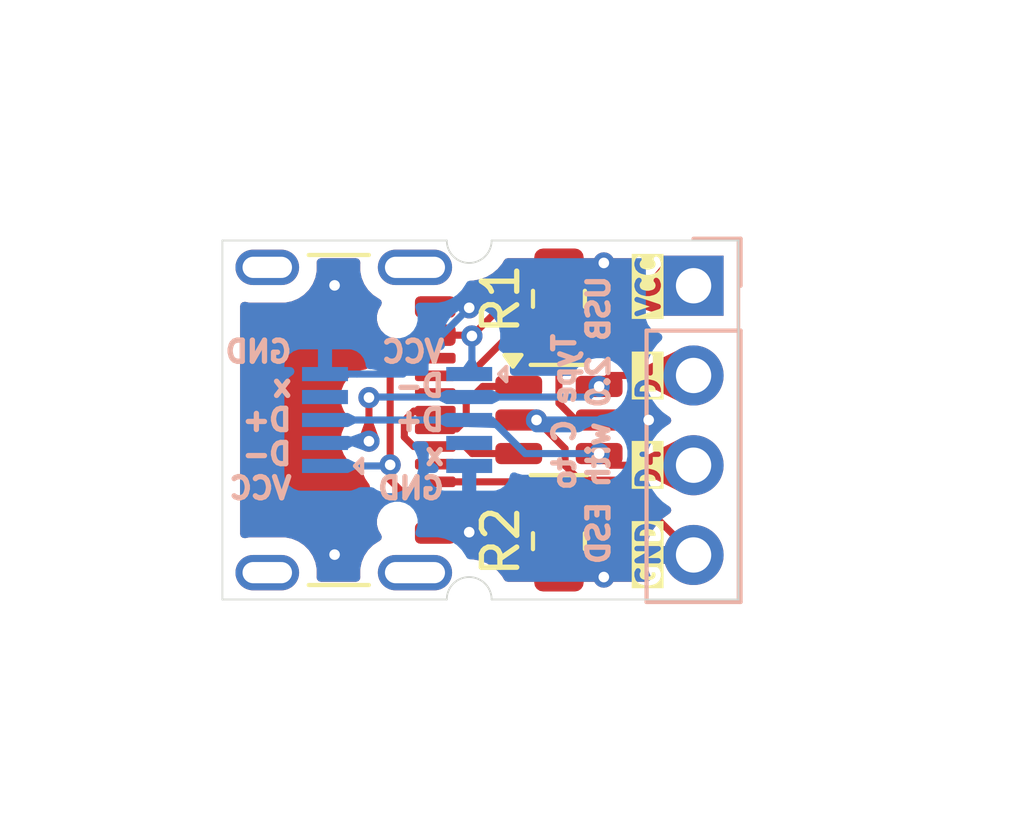
<source format=kicad_pcb>
(kicad_pcb (version 20241229) (generator "pcbnew") (generator_version "9.0")
  (layers (0 "F.Cu" signal) (2 "B.Cu" signal) (13 "F.Paste" user) (15 "B.Paste" user) (5 "F.SilkS" user "F.Silkscreen") (7 "B.SilkS" user "B.Silkscreen") (1 "F.Mask" user) (3 "B.Mask" user) (25 "Edge.Cuts" user))
  (net 0 "")
  (net 1 "/D(+)")
  (net 2 "GND")
  (net 3 "VBUS")
  (net 4 "/D(-)")
  (net 5 "Net-(J1-D+-PadA6)")
  (net 6 "Net-(J1-D--PadA7)")
  (net 7 "Net-(J1-CC1)")
  (net 8 "Net-(J1-CC2)")
  (footprint "Connector_USB:USB_C_Receptacle_GCT_USB4105-xx-A_16P_TopMnt_Horizontal" (layer "F.Cu") (at 114.105 63.5 -90)
    (property "Reference" "J1" (hide yes))
    (property "Value" "USB_C_Receptacle_USB2.0_16P")
    (fp_line (start -4.67 -0.1) (end -4.67 -1.8) (stroke (width 0.12)) (layer "F.SilkS"))
    (fp_line (start 4.67 -0.1) (end 4.67 -1.8) (stroke (width 0.12)) (layer "F.SilkS"))
    (pad "" np_thru_hole circle (at -2.89 -2.605 270) (size 0.65 0.65) (drill 0.65) (layers "*.Cu" "*.Mask"))
    (pad "" np_thru_hole circle (at 2.89 -2.605 270) (size 0.65 0.65) (drill 0.65) (layers "*.Cu" "*.Mask"))
    (pad "A1" smd roundrect (at -3.2 -3.68 270) (size 0.6 1.15) (layers "F.Cu" "F.Mask" "F.Paste") (net 2 "GND"))
    (pad "A4" smd roundrect (at -2.4 -3.68 270) (size 0.6 1.15) (layers "F.Cu" "F.Mask" "F.Paste") (net 3 "VBUS"))
    (pad "A5" smd roundrect (at -1.25 -3.68 270) (size 0.3 1.15) (layers "F.Cu" "F.Mask" "F.Paste") (net 7 "Net-(J1-CC1)"))
    (pad "A6" smd roundrect (at -0.25 -3.68 270) (size 0.3 1.15) (layers "F.Cu" "F.Mask" "F.Paste") (net 5 "Net-(J1-D+-PadA6)"))
    (pad "A7" smd roundrect (at 0.25 -3.68 270) (size 0.3 1.15) (layers "F.Cu" "F.Mask" "F.Paste") (net 6 "Net-(J1-D--PadA7)"))
    (pad "A8" smd roundrect (at 1.25 -3.68 270) (size 0.3 1.15) (layers "F.Cu" "F.Mask" "F.Paste"))
    (pad "A9" smd roundrect (at 2.4 -3.68 270) (size 0.6 1.15) (layers "F.Cu" "F.Mask" "F.Paste") (net 3 "VBUS"))
    (pad "A12" smd roundrect (at 3.2 -3.68 270) (size 0.6 1.15) (layers "F.Cu" "F.Mask" "F.Paste") (net 2 "GND"))
    (pad "B1" smd roundrect (at 3.2 -3.68 270) (size 0.6 1.15) (layers "F.Cu" "F.Mask" "F.Paste") (net 2 "GND"))
    (pad "B4" smd roundrect (at 2.4 -3.68 270) (size 0.6 1.15) (layers "F.Cu" "F.Mask" "F.Paste") (net 3 "VBUS"))
    (pad "B5" smd roundrect (at 1.75 -3.68 270) (size 0.3 1.15) (layers "F.Cu" "F.Mask" "F.Paste") (net 8 "Net-(J1-CC2)"))
    (pad "B6" smd roundrect (at 0.75 -3.68 270) (size 0.3 1.15) (layers "F.Cu" "F.Mask" "F.Paste") (net 5 "Net-(J1-D+-PadA6)"))
    (pad "B7" smd roundrect (at -0.75 -3.68 270) (size 0.3 1.15) (layers "F.Cu" "F.Mask" "F.Paste") (net 6 "Net-(J1-D--PadA7)"))
    (pad "B8" smd roundrect (at -1.75 -3.68 270) (size 0.3 1.15) (layers "F.Cu" "F.Mask" "F.Paste"))
    (pad "B9" smd roundrect (at -2.4 -3.68 270) (size 0.6 1.15) (layers "F.Cu" "F.Mask" "F.Paste") (net 3 "VBUS"))
    (pad "B12" smd roundrect (at -3.2 -3.68 270) (size 0.6 1.15) (layers "F.Cu" "F.Mask" "F.Paste") (net 2 "GND"))
    (pad "S1" thru_hole oval (at -4.32 -3.105 270) (size 1 2.1) (drill oval 0.6 1.7) (property pad_prop_heatsink) (layers "*.Cu" "*.Mask" "F.Paste"))
    (pad "S1" thru_hole oval (at -4.32 1.075 270) (size 1 1.8) (drill oval 0.6 1.4) (property pad_prop_heatsink) (layers "*.Cu" "*.Mask" "F.Paste"))
    (pad "S1" thru_hole oval (at 4.32 -3.105 270) (size 1 2.1) (drill oval 0.6 1.7) (property pad_prop_heatsink) (layers "*.Cu" "*.Mask" "F.Paste"))
    (pad "S1" thru_hole oval (at 4.32 1.075 270) (size 1 1.8) (drill oval 0.6 1.4) (property pad_prop_heatsink) (layers "*.Cu" "*.Mask" "F.Paste"))
  )
  (footprint "Resistor_SMD:R_0805_2012Metric" (layer "F.Cu") (at 121.285 66.929 90)
    (property "Reference" "R2" (at 0 -1.65 90) (layer "F.SilkS"))
    (property "Value" "5K1")
    (fp_line (start -0.227064 -0.735) (end 0.227064 -0.735) (stroke (width 0.12)) (layer "F.SilkS"))
    (fp_line (start -0.227064 0.735) (end 0.227064 0.735) (stroke (width 0.12)) (layer "F.SilkS"))
    (pad "1" smd roundrect (at -0.9125 0 90) (size 1.025 1.4) (layers "F.Cu" "F.Mask" "F.Paste") (roundrect_rratio 0.243902) (net 2 "GND"))
    (pad "2" smd roundrect (at 0.9125 0 90) (size 1.025 1.4) (layers "F.Cu" "F.Mask" "F.Paste") (roundrect_rratio 0.243902) (net 8 "Net-(J1-CC2)"))
  )
  (footprint "Resistor_SMD:R_0805_2012Metric" (layer "F.Cu") (at 121.285 60.071 90)
    (property "Reference" "R1" (at 0 -1.65 90) (layer "F.SilkS"))
    (property "Value" "5K1")
    (fp_line (start -0.227064 -0.735) (end 0.227064 -0.735) (stroke (width 0.12)) (layer "F.SilkS"))
    (fp_line (start -0.227064 0.735) (end 0.227064 0.735) (stroke (width 0.12)) (layer "F.SilkS"))
    (pad "1" smd roundrect (at -0.9125 0 90) (size 1.025 1.4) (layers "F.Cu" "F.Mask" "F.Paste") (roundrect_rratio 0.243902) (net 7 "Net-(J1-CC1)"))
    (pad "2" smd roundrect (at 0.9125 0 90) (size 1.025 1.4) (layers "F.Cu" "F.Mask" "F.Paste") (roundrect_rratio 0.243902) (net 2 "GND"))
  )
  (footprint "Package_TO_SOT_SMD:SOT-23-6" (layer "F.Cu") (at 121.285 63.5)
    (property "Reference" "U1" (hide yes))
    (property "Value" "USBLC6-2SC6")
    (fp_line (start 0 -1.56) (end -0.8 -1.56) (stroke (width 0.12)) (layer "F.SilkS"))
    (fp_line (start 0 -1.56) (end 0.8 -1.56) (stroke (width 0.12)) (layer "F.SilkS"))
    (fp_line (start 0 1.56) (end -0.8 1.56) (stroke (width 0.12)) (layer "F.SilkS"))
    (fp_line (start 0 1.56) (end 0.8 1.56) (stroke (width 0.12)) (layer "F.SilkS"))
    (fp_poly (pts (xy -1.3 -1.51) (xy -1.54 -1.84) (xy -1.06 -1.84)) (stroke (width 0.12)) (fill yes) (layer "F.SilkS"))
    (pad "1" smd roundrect (at -1.1375 -0.95) (size 1.325 0.6) (layers "F.Cu" "F.Mask" "F.Paste") (net 6 "Net-(J1-D--PadA7)"))
    (pad "2" smd roundrect (at -1.1375 0) (size 1.325 0.6) (layers "F.Cu" "F.Mask" "F.Paste") (net 2 "GND"))
    (pad "3" smd roundrect (at -1.1375 0.95) (size 1.325 0.6) (layers "F.Cu" "F.Mask" "F.Paste") (net 5 "Net-(J1-D+-PadA6)"))
    (pad "4" smd roundrect (at 1.1375 0.95) (size 1.325 0.6) (layers "F.Cu" "F.Mask" "F.Paste") (net 1 "/D(+)"))
    (pad "5" smd roundrect (at 1.1375 0) (size 1.325 0.6) (layers "F.Cu" "F.Mask" "F.Paste") (net 3 "VBUS"))
    (pad "6" smd roundrect (at 1.1375 -0.95) (size 1.325 0.6) (layers "F.Cu" "F.Mask" "F.Paste") (net 4 "/D(-)"))
  )
  (footprint "Connector_PinHeader_2.54mm:PinHeader_1x04_P2.54mm_Vertical" (layer "B.Cu") (at 125.095 59.7 180)
    (property "Reference" "J2" (hide yes))
    (property "Value" "Conn_01x04" (hide yes))
    (fp_line (start 1.33 -1.27) (end 1.33 -8.95) (stroke (width 0.12)) (layer "B.SilkS"))
    (fp_line (start -1.33 1.33) (end 0 1.33) (stroke (width 0.12)) (layer "B.SilkS"))
    (fp_line (start -1.33 0) (end -1.33 1.33) (stroke (width 0.12)) (layer "B.SilkS"))
    (fp_line (start -1.33 -1.27) (end 1.33 -1.27) (stroke (width 0.12)) (layer "B.SilkS"))
    (fp_line (start -1.33 -1.27) (end -1.33 -8.95) (stroke (width 0.12)) (layer "B.SilkS"))
    (fp_line (start -1.33 -8.95) (end 1.33 -8.95) (stroke (width 0.12)) (layer "B.SilkS"))
    (pad "1" thru_hole rect (at 0 0 180) (size 1.7 1.7) (drill 1) (layers "*.Cu" "*.Mask") (net 3 "VBUS"))
    (pad "2" thru_hole oval (at 0 -2.54 180) (size 1.7 1.7) (drill 1) (layers "*.Cu" "*.Mask") (net 4 "/D(-)"))
    (pad "3" thru_hole oval (at 0 -5.08 180) (size 1.7 1.7) (drill 1) (layers "*.Cu" "*.Mask") (net 1 "/D(+)"))
    (pad "4" thru_hole oval (at 0 -7.62 180) (size 1.7 1.7) (drill 1) (layers "*.Cu" "*.Mask") (net 2 "GND"))
  )
  (footprint "Connector_USB:USB_Micro-B_Technik_TWP-4002D-H3" (layer "B.Cu") (at 117.67 63.5 90)
    (property "Reference" "J4" (hide yes))
    (property "Value" "USB_B_Micro_mirrored")
    (fp_line (start 1.3 1.925) (end 1.5 2.125) (stroke (width 0.12)) (layer "B.SilkS"))
    (fp_line (start 1.5 2.125) (end 1.1 2.125) (stroke (width 0.12)) (layer "B.SilkS"))
    (fp_line (start 1.1 2.125) (end 1.3 1.925) (stroke (width 0.12)) (layer "B.SilkS"))
    (pad "1" smd rect (at 1.3 1.075 90) (size 0.4 1.3) (layers "B.Cu" "B.Mask" "B.Paste") (net 3 "VBUS"))
    (pad "2" smd rect (at 0.65 1.075 90) (size 0.4 1.3) (layers "B.Cu" "B.Mask" "B.Paste") (net 4 "/D(-)"))
    (pad "3" smd rect (at 0 1.075 90) (size 0.4 1.3) (layers "B.Cu" "B.Mask" "B.Paste") (net 1 "/D(+)"))
    (pad "4" smd rect (at -0.65 1.075 90) (size 0.4 1.3) (layers "B.Cu" "B.Mask" "B.Paste"))
    (pad "5" smd rect (at -1.3 1.075 90) (size 0.4 1.3) (layers "B.Cu" "B.Mask" "B.Paste") (net 2 "GND"))
  )
  (footprint "Connector_USB:USB_Micro-B_Technik_TWP-4002D-H3" (layer "B.Cu") (at 113.5888 63.5 90)
    (property "Reference" "J3" (hide yes))
    (property "Value" "USB_B_Micro")
    (fp_line (start -1.3 1.925) (end -1.5 2.125) (stroke (width 0.12)) (layer "B.SilkS"))
    (fp_line (start -1.1 2.125) (end -1.3 1.925) (stroke (width 0.12)) (layer "B.SilkS"))
    (fp_line (start -1.5 2.125) (end -1.1 2.125) (stroke (width 0.12)) (layer "B.SilkS"))
    (pad "1" smd rect (at -1.3 1.075 90) (size 0.4 1.3) (layers "B.Cu" "B.Mask" "B.Paste") (net 3 "VBUS"))
    (pad "2" smd rect (at -0.65 1.075 90) (size 0.4 1.3) (layers "B.Cu" "B.Mask" "B.Paste") (net 4 "/D(-)"))
    (pad "3" smd rect (at 0 1.075 90) (size 0.4 1.3) (layers "B.Cu" "B.Mask" "B.Paste") (net 1 "/D(+)"))
    (pad "4" smd rect (at 0.65 1.075 90) (size 0.4 1.3) (layers "B.Cu" "B.Mask" "B.Paste"))
    (pad "5" smd rect (at 1.3 1.075 90) (size 0.4 1.3) (layers "B.Cu" "B.Mask" "B.Paste") (net 2 "GND"))
  )
  (gr_line (start 126.365 58.42) (end 126.365 68.58) (stroke (width 0.1)) (layer "B.SilkS"))
  (gr_arc (start 118.11 68.58) (mid 118.745 67.945) (end 119.38 68.58) (stroke (width 0.05)) (layer "Edge.Cuts"))
  (gr_line (start 119.38 68.58) (end 126.365 68.58) (stroke (width 0.05)) (layer "Edge.Cuts"))
  (gr_line (start 118.11 58.42) (end 111.76 58.42) (stroke (width 0.05)) (layer "Edge.Cuts"))
  (gr_arc (start 119.38 58.42) (mid 118.745 59.055) (end 118.11 58.42) (stroke (width 0.05)) (layer "Edge.Cuts"))
  (gr_line (start 111.76 68.58) (end 118.11 68.58) (stroke (width 0.05)) (layer "Edge.Cuts"))
  (gr_line (start 126.365 58.42) (end 119.38 58.42) (stroke (width 0.05)) (layer "Edge.Cuts"))
  (gr_line (start 111.76 58.42) (end 111.76 68.58) (stroke (width 0.05)) (layer "Edge.Cuts"))
  (gr_line (start 126.365 58.42) (end 126.365 68.58) (stroke (width 0.05)) (layer "Edge.Cuts"))
  (gr_text "VCC" (at 123.825 59.69 90) (layer "F.SilkS" knockout) (effects (font (size 0.6 0.6) (thickness 0.15) (bold yes))))
  (gr_text "D+" (at 123.825 64.77 90) (layer "F.SilkS" knockout) (effects (font (size 0.6 0.6) (thickness 0.15) (bold yes))))
  (gr_text "D-" (at 123.826 62.24 90) (layer "F.SilkS" knockout) (effects (font (size 0.6 0.6) (thickness 0.15) (bold yes))))
  (gr_text "GND" (at 123.825 67.31 90) (layer "F.SilkS" knockout) (effects (font (size 0.6 0.6) (thickness 0.15) (bold yes))))
  (gr_text "Type C to \nUSB 2.0 with ESD" (at 121.92 63.5 90) (layer "B.SilkS") (effects (font (size 0.6 0.6) (thickness 0.15) (bold yes)) (justify mirror)))
  (gr_text "VCC\nD-\nD+\nx\nGND" (at 118.11 63.5 0) (layer "B.SilkS") (effects (font (size 0.6 0.6) (thickness 0.15) (bold yes)) (justify left mirror)))
  (gr_text "GND\nx\nD+\nD-\nVCC" (at 113.792 63.5 0) (layer "B.SilkS") (effects (font (size 0.6 0.6) (thickness 0.15) (bold yes)) (justify left mirror)))
  (segment (start 125.095 64.78) (end 122.7525 64.78) (width 0.2) (layer "F.Cu") (net 1))
  (segment (start 122.7525 64.78) (end 122.4225 64.45) (width 0.2) (layer "F.Cu") (net 1))
  (via (at 122.4225 64.45) (size 0.6) (drill 0.3) (layers "F.Cu" "B.Cu") (net 1))
  (segment (start 120.33 64.45) (end 122.4225 64.45) (width 0.2) (layer "B.Cu") (net 1))
  (segment (start 118.745 63.5) (end 114.6638 63.5) (width 0.2) (layer "B.Cu") (net 1))
  (segment (start 119.38 63.5) (end 120.33 64.45) (width 0.2) (layer "B.Cu") (net 1))
  (segment (start 118.745 63.5) (end 119.38 63.5) (width 0.2) (layer "B.Cu") (net 1))
  (segment (start 118.72 60.3) (end 118.745 60.325) (width 0.2) (layer "F.Cu") (net 2))
  (segment (start 121.871032 65.203) (end 122.978 65.203) (width 0.2) (layer "F.Cu") (net 2))
  (segment (start 119.9115 59.1585) (end 118.745 60.325) (width 0.2) (layer "F.Cu") (net 2))
  (segment (start 121.285 59.1585) (end 119.9115 59.1585) (width 0.2) (layer "F.Cu") (net 2))
  (segment (start 121.459 64.790968) (end 121.871032 65.203) (width 0.2) (layer "F.Cu") (net 2))
  (segment (start 120.65 63.5) (end 121.459 64.309) (width 0.2) (layer "F.Cu") (net 2))
  (segment (start 120.1475 63.5) (end 120.65 63.5) (width 0.2) (layer "F.Cu") (net 2))
  (segment (start 117.785 60.3) (end 118.72 60.3) (width 0.2) (layer "F.Cu") (net 2))
  (segment (start 122.978 65.203) (end 125.095 67.32) (width 0.2) (layer "F.Cu") (net 2))
  (segment (start 118.72 66.7) (end 118.745 66.675) (width 0.2) (layer "F.Cu") (net 2))
  (segment (start 117.785 66.7) (end 118.72 66.7) (width 0.2) (layer "F.Cu") (net 2))
  (segment (start 121.459 64.309) (end 121.459 64.790968) (width 0.2) (layer "F.Cu") (net 2))
  (via (at 123.825 63.5) (size 0.6) (drill 0.3) (layers "F.Cu" "B.Cu") (net 2))
  (via (at 122.555 59.055) (size 0.6) (drill 0.3) (layers "F.Cu" "B.Cu") (net 2))
  (via (at 122.555 67.945) (size 0.6) (drill 0.3) (layers "F.Cu" "B.Cu") (net 2))
  (via (at 120.65 63.5) (size 0.6) (drill 0.3) (layers "F.Cu" "B.Cu") (net 2))
  (via (at 118.745 60.325) (size 0.6) (drill 0.3) (layers "F.Cu" "B.Cu") (net 2))
  (via (at 118.745 66.675) (size 0.6) (drill 0.3) (layers "F.Cu" "B.Cu") (net 2))
  (via (at 114.935 67.31) (size 0.6) (drill 0.3) (layers "F.Cu" "B.Cu") (net 2))
  (via (at 114.935 59.69) (size 0.6) (drill 0.3) (layers "F.Cu" "B.Cu") (net 2))
  (segment (start 116.87 62.2) (end 115.57 62.2) (width 0.2) (layer "B.Cu") (net 2))
  (segment (start 114.6638 62.2) (end 115.57 62.2) (width 0.2) (layer "B.Cu") (net 2))
  (segment (start 123.825 63.5) (end 120.65 63.5) (width 0.2) (layer "B.Cu") (net 2))
  (segment (start 118.745 64.8) (end 118.745 66.675) (width 0.2) (layer "B.Cu") (net 2))
  (segment (start 118.745 60.325) (end 116.87 62.2) (width 0.2) (layer "B.Cu") (net 2))
  (segment (start 118.800033 61.1) (end 118.821381 61.121348) (width 0.2) (layer "F.Cu") (net 3))
  (segment (start 122.555 61.21216) (end 122.555 60.17) (width 0.2) (layer "F.Cu") (net 3))
  (segment (start 121.285 63.024999) (end 121.285 62.23) (width 0.2) (layer "F.Cu") (net 3))
  (segment (start 116.508 65.197999) (end 116.508 64.77) (width 0.2) (layer "F.Cu") (net 3))
  (segment (start 117.785 65.9) (end 117.210001 65.9) (width 0.2) (layer "F.Cu") (net 3))
  (segment (start 122.555 60.17) (end 124.625 60.17) (width 0.2) (layer "F.Cu") (net 3))
  (segment (start 116.508 61.918176) (end 117.326176 61.1) (width 0.2) (layer "F.Cu") (net 3))
  (segment (start 117.785 61.1) (end 118.800033 61.1) (width 0.2) (layer "F.Cu") (net 3))
  (segment (start 121.285 62.23) (end 121.718 61.797) (width 0.2) (layer "F.Cu") (net 3))
  (segment (start 121.718 61.797) (end 121.97016 61.797) (width 0.2) (layer "F.Cu") (net 3))
  (segment (start 121.97016 61.797) (end 122.555 61.21216) (width 0.2) (layer "F.Cu") (net 3))
  (segment (start 121.760001 63.5) (end 121.285 63.024999) (width 0.2) (layer "F.Cu") (net 3))
  (segment (start 119.772729 60.17) (end 122.555 60.17) (width 0.2) (layer "F.Cu") (net 3))
  (segment (start 116.508 64.77) (end 116.508 61.918176) (width 0.2) (layer "F.Cu") (net 3))
  (segment (start 124.625 60.17) (end 125.095 59.7) (width 0.2) (layer "F.Cu") (net 3))
  (segment (start 118.821381 61.121348) (end 119.772729 60.17) (width 0.2) (layer "F.Cu") (net 3))
  (segment (start 122.4225 63.5) (end 121.760001 63.5) (width 0.2) (layer "F.Cu") (net 3))
  (segment (start 117.326176 61.1) (end 117.785 61.1) (width 0.2) (layer "F.Cu") (net 3))
  (segment (start 117.210001 65.9) (end 116.508 65.197999) (width 0.2) (layer "F.Cu") (net 3))
  (via (at 116.508 64.77) (size 0.6) (drill 0.3) (layers "F.Cu" "B.Cu") (net 3))
  (via (at 118.821381 61.121348) (size 0.6) (drill 0.3) (layers "F.Cu" "B.Cu") (net 3))
  (segment (start 118.821381 61.121348) (end 118.821381 62.123619) (width 0.2) (layer "B.Cu") (net 3))
  (segment (start 118.821381 62.123619) (end 118.745 62.2) (width 0.2) (layer "B.Cu") (net 3))
  (segment (start 116.478 64.8) (end 116.508 64.77) (width 0.2) (layer "B.Cu") (net 3))
  (segment (start 114.6638 64.8) (end 116.478 64.8) (width 0.2) (layer "B.Cu") (net 3))
  (segment (start 115.908 62.865) (end 115.908 64.1) (width 0.2) (layer "F.Cu") (net 4))
  (segment (start 122.7325 62.24) (end 122.4225 62.55) (width 0.2) (layer "F.Cu") (net 4))
  (segment (start 125.095 62.24) (end 122.7325 62.24) (width 0.2) (layer "F.Cu") (net 4))
  (via (at 115.908 62.865) (size 0.6) (drill 0.3) (layers "F.Cu" "B.Cu") (net 4))
  (via (at 115.908 64.1) (size 0.6) (drill 0.3) (layers "F.Cu" "B.Cu") (net 4))
  (via (at 122.4225 62.55) (size 0.6) (drill 0.3) (layers "F.Cu" "B.Cu") (net 4))
  (segment (start 122.1225 62.85) (end 118.745 62.85) (width 0.2) (layer "B.Cu") (net 4))
  (segment (start 118.745 62.85) (end 115.923 62.85) (width 0.2) (layer "B.Cu") (net 4))
  (segment (start 115.923 62.85) (end 115.908 62.865) (width 0.2) (layer "B.Cu") (net 4))
  (segment (start 115.908 64.1) (end 114.7138 64.1) (width 0.2) (layer "B.Cu") (net 4))
  (segment (start 122.4225 62.55) (end 122.1225 62.85) (width 0.2) (layer "B.Cu") (net 4))
  (segment (start 114.7138 64.1) (end 114.6638 64.15) (width 0.2) (layer "B.Cu") (net 4))
  (segment (start 117.176176 63.25) (end 117.785 63.25) (width 0.2) (layer "F.Cu") (net 5))
  (segment (start 116.909 63.982824) (end 116.909 63.517176) (width 0.2) (layer "F.Cu") (net 5))
  (segment (start 118.63 64.25) (end 118.83 64.45) (width 0.2) (layer "F.Cu") (net 5))
  (segment (start 118.83 64.45) (end 120.1475 64.45) (width 0.2) (layer "F.Cu") (net 5))
  (segment (start 117.785 64.25) (end 117.176176 64.25) (width 0.2) (layer "F.Cu") (net 5))
  (segment (start 117.176176 64.25) (end 116.909 63.982824) (width 0.2) (layer "F.Cu") (net 5))
  (segment (start 117.785 64.25) (end 118.63 64.25) (width 0.2) (layer "F.Cu") (net 5))
  (segment (start 116.909 63.517176) (end 117.176176 63.25) (width 0.2) (layer "F.Cu") (net 5))
  (segment (start 118.393824 63.75) (end 118.661 63.482824) (width 0.2) (layer "F.Cu") (net 6))
  (segment (start 120.1475 62.55) (end 119.128176 62.55) (width 0.2) (layer "F.Cu") (net 6))
  (segment (start 118.661 63.482824) (end 118.661 63.017176) (width 0.2) (layer "F.Cu") (net 6))
  (segment (start 118.393824 62.75) (end 117.785 62.75) (width 0.2) (layer "F.Cu") (net 6))
  (segment (start 117.785 63.75) (end 118.393824 63.75) (width 0.2) (layer "F.Cu") (net 6))
  (segment (start 118.661 63.017176) (end 118.393824 62.75) (width 0.2) (layer "F.Cu") (net 6))
  (segment (start 119.128176 62.55) (end 118.661 63.017176) (width 0.2) (layer "F.Cu") (net 6))
  (segment (start 117.785 62.25) (end 118.725 62.25) (width 0.2) (layer "F.Cu") (net 7))
  (segment (start 119.9915 60.9835) (end 121.285 60.9835) (width 0.2) (layer "F.Cu") (net 7))
  (segment (start 118.725 62.25) (end 119.9915 60.9835) (width 0.2) (layer "F.Cu") (net 7))
  (segment (start 117.785 65.25) (end 120.5185 65.25) (width 0.2) (layer "F.Cu") (net 8))
  (segment (start 120.5185 65.25) (end 121.285 66.0165) (width 0.2) (layer "F.Cu") (net 8))
  (zone (net 2) (net_name "GND") (layers "F.Cu" "B.Cu") (connect_pads (clearance 0.5)) (min_thickness 0.25) (fill yes (thermal_gap 0.5) (thermal_bridge_width 0.5))
    (polygon (pts (xy 111.76 58.42) (xy 126.365 58.42) (xy 126.365 68.58) (xy 111.76 68.58)))
  )
)
</source>
